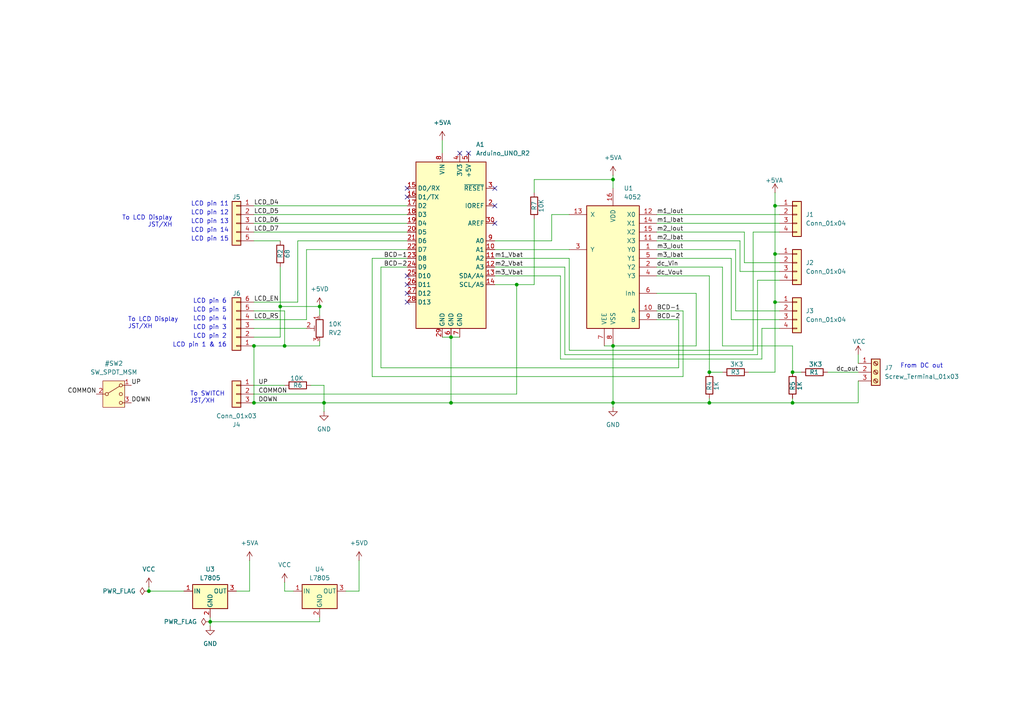
<source format=kicad_sch>
(kicad_sch (version 20250114) (generator "eeschema") (generator_version "9.0")
  (paper "A4")
  (lib_symbols
    (symbol "+5VD_1" (power) (pin_numbers (hide yes)) (pin_names (offset 0) (hide yes))
      (property "Value" "+5VD" (at 0 3.556 0))
      (symbol "+5VD_1_0_1"
        (polyline (pts (xy -0.762 1.27) (xy 0 2.54)))
        (polyline (pts (xy 0 2.54) (xy 0.762 1.27)))
        (polyline (pts (xy 0 0) (xy 0 2.54)))
      )
      (symbol "+5VD_1_1_1"
        (pin power_in line (at 0 0 90) (length 0) (name "~") (number "1"))
      )
    )
    (symbol "4xxx:4052" (pin_names (offset 1.016))
      (property "Reference" "U" (at -7.62 19.05 0))
      (property "Value" "4052" (at -7.62 -19.05 0))
      (symbol "4052_1_0"
        (pin passive line (at -12.7 15.24 0) (length 5.08) (name "X0") (number "12"))
        (pin passive line (at -12.7 12.7 0) (length 5.08) (name "X1") (number "14"))
        (pin passive line (at -12.7 10.16 0) (length 5.08) (name "X2") (number "15"))
        (pin passive line (at -12.7 7.62 0) (length 5.08) (name "X3") (number "11"))
        (pin passive line (at -12.7 5.08 0) (length 5.08) (name "Y0") (number "1"))
        (pin passive line (at -12.7 2.54 0) (length 5.08) (name "Y1") (number "5"))
        (pin passive line (at -12.7 0 0) (length 5.08) (name "Y2") (number "2"))
        (pin passive line (at -12.7 -2.54 0) (length 5.08) (name "Y3") (number "4"))
        (pin input line (at -12.7 -7.62 0) (length 5.08) (name "Inh") (number "6"))
        (pin input line (at -12.7 -12.7 0) (length 5.08) (name "A") (number "10"))
        (pin input line (at -12.7 -15.24 0) (length 5.08) (name "B") (number "9"))
        (pin power_in line (at 0 22.86 270) (length 5.08) (name "VDD") (number "16"))
        (pin power_in line (at 0 -22.86 90) (length 5.08) (name "VSS") (number "8"))
        (pin power_in line (at 2.54 -22.86 90) (length 5.08) (name "VEE") (number "7"))
        (pin passive line (at 12.7 15.24 180) (length 5.08) (name "X") (number "13"))
        (pin passive line (at 12.7 5.08 180) (length 5.08) (name "Y") (number "3"))
      )
      (symbol "4052_1_1"
        (rectangle (start -7.62 17.78) (end 7.62 -17.78) (stroke (width 0.254)) (fill (type background)))
      )
    )
    (symbol "Connector:Screw_Terminal_01x03" (pin_names (offset 1.016) (hide yes))
      (property "Reference" "J" (at 0 5.08 0))
      (property "Value" "Screw_Terminal_01x03" (at 0 -5.08 0))
      (symbol "Screw_Terminal_01x03_1_1"
        (rectangle (start -1.27 3.81) (end 1.27 -3.81) (stroke (width 0.254)) (fill (type background)))
        (polyline (pts (xy -0.5334 2.8702) (xy 0.3302 2.032)) (stroke (width 0.1524)))
        (polyline (pts (xy -0.5334 0.3302) (xy 0.3302 -0.508)) (stroke (width 0.1524)))
        (polyline (pts (xy -0.5334 -2.2098) (xy 0.3302 -3.048)) (stroke (width 0.1524)))
        (polyline (pts (xy -0.3556 3.048) (xy 0.508 2.2098)) (stroke (width 0.1524)))
        (polyline (pts (xy -0.3556 0.508) (xy 0.508 -0.3302)) (stroke (width 0.1524)))
        (polyline (pts (xy -0.3556 -2.032) (xy 0.508 -2.8702)) (stroke (width 0.1524)))
        (circle (center 0 2.54) (radius 0.635) (stroke (width 0.1524)))
        (circle (center 0 0) (radius 0.635) (stroke (width 0.1524)))
        (circle (center 0 -2.54) (radius 0.635) (stroke (width 0.1524)))
        (pin passive line (at -5.08 2.54 0) (length 3.81) (name "Pin_1") (number "1"))
        (pin passive line (at -5.08 0 0) (length 3.81) (name "Pin_2") (number "2"))
        (pin passive line (at -5.08 -2.54 0) (length 3.81) (name "Pin_3") (number "3"))
      )
    )
    (symbol "Connector_Generic:Conn_01x03" (pin_names (offset 1.016) (hide yes))
      (property "Reference" "J" (at 0 5.08 0))
      (property "Value" "Conn_01x03" (at 0 -5.08 0))
      (symbol "Conn_01x03_1_1"
        (rectangle (start -1.27 3.81) (end 1.27 -3.81) (stroke (width 0.254)) (fill (type background)))
        (rectangle (start -1.27 2.667) (end 0 2.413) (stroke (width 0.1524)))
        (rectangle (start -1.27 0.127) (end 0 -0.127) (stroke (width 0.1524)))
        (rectangle (start -1.27 -2.413) (end 0 -2.667) (stroke (width 0.1524)))
        (pin passive line (at -5.08 2.54 0) (length 3.81) (name "Pin_1") (number "1"))
        (pin passive line (at -5.08 0 0) (length 3.81) (name "Pin_2") (number "2"))
        (pin passive line (at -5.08 -2.54 0) (length 3.81) (name "Pin_3") (number "3"))
      )
    )
    (symbol "Connector_Generic:Conn_01x04" (pin_names (offset 1.016) (hide yes))
      (property "Reference" "J" (at 0 5.08 0))
      (property "Value" "Conn_01x04" (at 0 -7.62 0))
      (symbol "Conn_01x04_1_1"
        (rectangle (start -1.27 3.81) (end 1.27 -6.35) (stroke (width 0.254)) (fill (type background)))
        (rectangle (start -1.27 2.667) (end 0 2.413) (stroke (width 0.1524)))
        (rectangle (start -1.27 0.127) (end 0 -0.127) (stroke (width 0.1524)))
        (rectangle (start -1.27 -2.413) (end 0 -2.667) (stroke (width 0.1524)))
        (rectangle (start -1.27 -4.953) (end 0 -5.207) (stroke (width 0.1524)))
        (pin passive line (at -5.08 2.54 0) (length 3.81) (name "Pin_1") (number "1"))
        (pin passive line (at -5.08 0 0) (length 3.81) (name "Pin_2") (number "2"))
        (pin passive line (at -5.08 -2.54 0) (length 3.81) (name "Pin_3") (number "3"))
        (pin passive line (at -5.08 -5.08 0) (length 3.81) (name "Pin_4") (number "4"))
      )
    )
    (symbol "Connector_Generic:Conn_01x05" (pin_names (offset 1.016) (hide yes))
      (property "Reference" "J" (at 0 7.62 0))
      (property "Value" "Conn_01x05" (at 0 -7.62 0))
      (symbol "Conn_01x05_1_1"
        (rectangle (start -1.27 6.35) (end 1.27 -6.35) (stroke (width 0.254)) (fill (type background)))
        (rectangle (start -1.27 5.207) (end 0 4.953) (stroke (width 0.1524)))
        (rectangle (start -1.27 2.667) (end 0 2.413) (stroke (width 0.1524)))
        (rectangle (start -1.27 0.127) (end 0 -0.127) (stroke (width 0.1524)))
        (rectangle (start -1.27 -2.413) (end 0 -2.667) (stroke (width 0.1524)))
        (rectangle (start -1.27 -4.953) (end 0 -5.207) (stroke (width 0.1524)))
        (pin passive line (at -5.08 5.08 0) (length 3.81) (name "Pin_1") (number "1"))
        (pin passive line (at -5.08 2.54 0) (length 3.81) (name "Pin_2") (number "2"))
        (pin passive line (at -5.08 0 0) (length 3.81) (name "Pin_3") (number "3"))
        (pin passive line (at -5.08 -2.54 0) (length 3.81) (name "Pin_4") (number "4"))
        (pin passive line (at -5.08 -5.08 0) (length 3.81) (name "Pin_5") (number "5"))
      )
    )
    (symbol "Connector_Generic:Conn_01x06" (pin_names (offset 1.016) (hide yes))
      (property "Reference" "J" (at 0 7.62 0))
      (property "Value" "Conn_01x06" (at 0 -10.16 0))
      (symbol "Conn_01x06_1_1"
        (rectangle (start -1.27 6.35) (end 1.27 -8.89) (stroke (width 0.254)) (fill (type background)))
        (rectangle (start -1.27 5.207) (end 0 4.953) (stroke (width 0.1524)))
        (rectangle (start -1.27 2.667) (end 0 2.413) (stroke (width 0.1524)))
        (rectangle (start -1.27 0.127) (end 0 -0.127) (stroke (width 0.1524)))
        (rectangle (start -1.27 -2.413) (end 0 -2.667) (stroke (width 0.1524)))
        (rectangle (start -1.27 -4.953) (end 0 -5.207) (stroke (width 0.1524)))
        (rectangle (start -1.27 -7.493) (end 0 -7.747) (stroke (width 0.1524)))
        (pin passive line (at -5.08 5.08 0) (length 3.81) (name "Pin_1") (number "1"))
        (pin passive line (at -5.08 2.54 0) (length 3.81) (name "Pin_2") (number "2"))
        (pin passive line (at -5.08 0 0) (length 3.81) (name "Pin_3") (number "3"))
        (pin passive line (at -5.08 -2.54 0) (length 3.81) (name "Pin_4") (number "4"))
        (pin passive line (at -5.08 -5.08 0) (length 3.81) (name "Pin_5") (number "5"))
        (pin passive line (at -5.08 -7.62 0) (length 3.81) (name "Pin_6") (number "6"))
      )
    )
    (symbol "Device:R" (pin_numbers (hide yes)) (pin_names (offset 0))
      (property "Reference" "R" (at 2.032 0 90))
      (property "Value" "R" (at 0 0 90))
      (symbol "R_0_1"
        (rectangle (start -1.016 -2.54) (end 1.016 2.54) (stroke (width 0.254)))
      )
      (symbol "R_1_1"
        (pin passive line (at 0 3.81 270) (length 1.27) (name "~") (number "1"))
        (pin passive line (at 0 -3.81 90) (length 1.27) (name "~") (number "2"))
      )
    )
    (symbol "Device:R_Potentiometer_Trim" (pin_names (offset 1.016) (hide yes))
      (property "Reference" "RV" (at -4.445 0 90))
      (property "Value" "R_Potentiometer_Trim" (at -2.54 0 90))
      (symbol "R_Potentiometer_Trim_0_1"
        (rectangle (start 1.016 2.54) (end -1.016 -2.54) (stroke (width 0.254)))
        (polyline (pts (xy 1.524 0.762) (xy 1.524 -0.762)))
        (polyline (pts (xy 2.54 0) (xy 1.524 0)))
      )
      (symbol "R_Potentiometer_Trim_1_1"
        (pin passive line (at 0 3.81 270) (length 1.27) (name "1") (number "1"))
        (pin passive line (at 0 -3.81 90) (length 1.27) (name "3") (number "3"))
        (pin passive line (at 3.81 0 180) (length 1.27) (name "2") (number "2"))
      )
    )
    (symbol "MCU_Module:Arduino_UNO_R2"
      (property "Reference" "A" (at -10.16 23.495 0))
      (property "Value" "Arduino_UNO_R2" (at 5.08 -26.67 0))
      (symbol "Arduino_UNO_R2_0_1"
        (rectangle (start -10.16 22.86) (end 10.16 -25.4) (stroke (width 0.254)) (fill (type background)))
      )
      (symbol "Arduino_UNO_R2_1_1"
        (pin bidirectional line (at -12.7 15.24 0) (length 2.54) (name "D0/RX") (number "15"))
        (pin bidirectional line (at -12.7 12.7 0) (length 2.54) (name "D1/TX") (number "16"))
        (pin bidirectional line (at -12.7 10.16 0) (length 2.54) (name "D2") (number "17"))
        (pin bidirectional line (at -12.7 7.62 0) (length 2.54) (name "D3") (number "18"))
        (pin bidirectional line (at -12.7 5.08 0) (length 2.54) (name "D4") (number "19"))
        (pin bidirectional line (at -12.7 2.54 0) (length 2.54) (name "D5") (number "20"))
        (pin bidirectional line (at -12.7 0 0) (length 2.54) (name "D6") (number "21"))
        (pin bidirectional line (at -12.7 -2.54 0) (length 2.54) (name "D7") (number "22"))
        (pin bidirectional line (at -12.7 -5.08 0) (length 2.54) (name "D8") (number "23"))
        (pin bidirectional line (at -12.7 -7.62 0) (length 2.54) (name "D9") (number "24"))
        (pin bidirectional line (at -12.7 -10.16 0) (length 2.54) (name "D10") (number "25"))
        (pin bidirectional line (at -12.7 -12.7 0) (length 2.54) (name "D11") (number "26"))
        (pin bidirectional line (at -12.7 -15.24 0) (length 2.54) (name "D12") (number "27"))
        (pin bidirectional line (at -12.7 -17.78 0) (length 2.54) (name "D13") (number "28"))
        (pin no_connect line (at -10.16 -20.32 0) (length 2.54) (hide yes) (name "NC") (number "1"))
        (pin power_in line (at -2.54 25.4 270) (length 2.54) (name "VIN") (number "8"))
        (pin power_in line (at -2.54 -27.94 90) (length 2.54) (name "GND") (number "29"))
        (pin power_in line (at 0 -27.94 90) (length 2.54) (name "GND") (number "6"))
        (pin power_out line (at 2.54 25.4 270) (length 2.54) (name "3V3") (number "4"))
        (pin power_in line (at 2.54 -27.94 90) (length 2.54) (name "GND") (number "7"))
        (pin power_out line (at 5.08 25.4 270) (length 2.54) (name "+5V") (number "5"))
        (pin input line (at 12.7 15.24 180) (length 2.54) (name "~{RESET}") (number "3"))
        (pin output line (at 12.7 10.16 180) (length 2.54) (name "IOREF") (number "2"))
        (pin input line (at 12.7 5.08 180) (length 2.54) (name "AREF") (number "30"))
        (pin bidirectional line (at 12.7 0 180) (length 2.54) (name "A0") (number "9"))
        (pin bidirectional line (at 12.7 -2.54 180) (length 2.54) (name "A1") (number "10"))
        (pin bidirectional line (at 12.7 -5.08 180) (length 2.54) (name "A2") (number "11"))
        (pin bidirectional line (at 12.7 -7.62 180) (length 2.54) (name "A3") (number "12"))
        (pin bidirectional line (at 12.7 -10.16 180) (length 2.54) (name "SDA/A4") (number "13"))
        (pin bidirectional line (at 12.7 -12.7 180) (length 2.54) (name "SCL/A5") (number "14"))
      )
    )
    (symbol "Regulator_Linear:L7805" (pin_names (offset 0.254))
      (property "Reference" "U" (at -3.81 3.175 0))
      (property "Value" "L7805" (at 0 3.175 0))
      (symbol "L7805_0_1"
        (rectangle (start -5.08 1.905) (end 5.08 -5.08) (stroke (width 0.254)) (fill (type background)))
      )
      (symbol "L7805_1_1"
        (pin power_in line (at -7.62 0 0) (length 2.54) (name "IN") (number "1"))
        (pin power_in line (at 0 -7.62 90) (length 2.54) (name "GND") (number "2"))
        (pin power_out line (at 7.62 0 180) (length 2.54) (name "OUT") (number "3"))
      )
    )
    (symbol "Switch:SW_SPDT_MSM" (pin_names (offset 0) (hide yes))
      (property "Reference" "SW" (at 0 5.08 0))
      (property "Value" "SW_SPDT_MSM" (at 0 -5.08 0))
      (symbol "SW_SPDT_MSM_0_1"
        (circle (center -2.032 0) (radius 0.4572))
        (polyline (pts (xy -1.651 0.254) (xy 1.651 2.286)))
        (circle (center 2.032 2.54) (radius 0.4572))
        (circle (center 2.032 0) (radius 0.4572))
        (circle (center 2.032 -2.54) (radius 0.4572))
      )
      (symbol "SW_SPDT_MSM_1_1"
        (rectangle (start -3.175 3.81) (end 3.175 -3.81) (fill (type background)))
        (pin passive line (at -5.08 0 0) (length 2.54) (name "3") (number "2"))
        (pin passive line (at 5.08 2.54 180) (length 2.54) (name "1") (number "1"))
        (pin passive line (at 5.08 -2.54 180) (length 2.54) (name "4") (number "3"))
      )
    )
    (symbol "power:+5VA" (power) (pin_numbers (hide yes)) (pin_names (offset 0) (hide yes))
      (property "Value" "+5VA" (at 0 3.556 0))
      (symbol "+5VA_0_1"
        (polyline (pts (xy -0.762 1.27) (xy 0 2.54)))
        (polyline (pts (xy 0 2.54) (xy 0.762 1.27)))
        (polyline (pts (xy 0 0) (xy 0 2.54)))
      )
      (symbol "+5VA_1_1"
        (pin power_in line (at 0 0 90) (length 0) (name "~") (number "1"))
      )
    )
    (symbol "power:GND" (power) (pin_numbers (hide yes)) (pin_names (offset 0) (hide yes))
      (property "Value" "GND" (at 0 -3.81 0))
      (symbol "GND_0_1"
        (polyline (pts (xy 0 0) (xy 0 -1.27) (xy 1.27 -1.27) (xy 0 -2.54) (xy -1.27 -1.27) (xy 0 -1.27)))
      )
      (symbol "GND_1_1"
        (pin power_in line (at 0 0 270) (length 0) (name "~") (number "1"))
      )
    )
    (symbol "power:PWR_FLAG" (power) (pin_numbers (hide yes)) (pin_names (offset 0) (hide yes))
      (property "Value" "PWR_FLAG" (at 0 3.81 0))
      (symbol "PWR_FLAG_0_0"
        (pin power_out line (at 0 0 90) (length 0) (name "~") (number "1"))
      )
      (symbol "PWR_FLAG_0_1"
        (polyline (pts (xy 0 0) (xy 0 1.27) (xy -1.016 1.905) (xy 0 2.54) (xy 1.016 1.905) (xy 0 1.27)))
      )
    )
    (symbol "power:VCC" (power) (pin_numbers (hide yes)) (pin_names (offset 0) (hide yes))
      (property "Value" "VCC" (at 0 3.556 0))
      (symbol "VCC_0_1"
        (polyline (pts (xy -0.762 1.27) (xy 0 2.54)))
        (polyline (pts (xy 0 2.54) (xy 0.762 1.27)))
        (polyline (pts (xy 0 0) (xy 0 2.54)))
      )
      (symbol "VCC_1_1"
        (pin power_in line (at 0 0 90) (length 0) (name "~") (number "1"))
      )
    )
  )
  (text "LCD pin 13" (at 55.372 65.024 0) (effects (font (size 1.27 1.27)) (justify left bottom)))
  (text "LCD pin 3" (at 65.786 95.758 0) (effects (font (size 1.27 1.27)) (justify right bottom)))
  (text "LCD pin 11" (at 55.372 59.944 0) (effects (font (size 1.27 1.27)) (justify left bottom)))
  (text "LCD pin 15" (at 55.372 70.104 0) (effects (font (size 1.27 1.27)) (justify left bottom)))
  (text "To SWITCH\nJST/XH" (at 55.118 117.094 0) (effects (font (size 1.27 1.27)) (justify left bottom)))
  (text "LCD pin 14" (at 55.372 67.564 0) (effects (font (size 1.27 1.27)) (justify left bottom)))
  (text "To LCD Display\nJST/XH" (at 37.084 95.504 0) (effects (font (size 1.27 1.27)) (justify left bottom)))
  (text "LCD pin 1 & 16" (at 65.786 100.838 0) (effects (font (size 1.27 1.27)) (justify right bottom)))
  (text "LCD pin 12" (at 55.372 62.484 0) (effects (font (size 1.27 1.27)) (justify left bottom)))
  (text "LCD pin 5" (at 65.786 90.678 0) (effects (font (size 1.27 1.27)) (justify right bottom)))
  (text "LCD pin 4" (at 65.786 93.218 0) (effects (font (size 1.27 1.27)) (justify right bottom)))
  (text "LCD pin 6" (at 65.786 88.138 0) (effects (font (size 1.27 1.27)) (justify right bottom)))
  (text "To LCD Display\nJST/XH" (at 50.038 66.04 0) (effects (font (size 1.27 1.27)) (justify right bottom)))
  (text "LCD pin 2" (at 65.786 98.298 0) (effects (font (size 1.27 1.27)) (justify right bottom)))
  (text "From DC out" (at 261.112 106.934 0) (effects (font (size 1.27 1.27)) (justify left bottom)))
  (junction (at 205.74 116.84))
  (junction (at 177.8 52.07))
  (junction (at 149.86 82.55))
  (junction (at 43.18 171.45))
  (junction (at 224.79 59.69))
  (junction (at 60.96 180.34))
  (junction (at 81.28 88.9))
  (junction (at 130.81 116.84))
  (junction (at 73.66 100.33))
  (junction (at 177.8 100.33))
  (junction (at 224.79 73.66))
  (junction (at 224.79 87.63))
  (junction (at 93.98 116.84))
  (junction (at 229.87 107.95))
  (junction (at 92.71 88.9))
  (junction (at 229.87 116.84))
  (junction (at 205.74 107.95))
  (junction (at 130.81 97.79))
  (junction (at 82.55 100.33))
  (junction (at 177.8 116.84))
  (junction (at 73.66 116.84))
  (no_connect (at 118.11 57.15))
  (no_connect (at 143.51 59.69))
  (no_connect (at 143.51 54.61))
  (no_connect (at 133.35 44.45))
  (no_connect (at 118.11 85.09))
  (no_connect (at 118.11 87.63))
  (no_connect (at 118.11 54.61))
  (no_connect (at 118.11 82.55))
  (no_connect (at 135.89 44.45))
  (no_connect (at 143.51 64.77))
  (no_connect (at 118.11 80.01))
  (wire (pts (xy 177.8 100.33) (xy 177.8 116.84)))
  (wire (pts (xy 162.56 104.14) (xy 220.98 104.14)))
  (wire (pts (xy 212.09 74.93) (xy 212.09 92.71)))
  (wire (pts (xy 205.74 115.57) (xy 205.74 116.84)))
  (wire (pts (xy 73.66 100.33) (xy 73.66 116.84)))
  (wire (pts (xy 224.79 73.66) (xy 226.06 73.66)))
  (wire (pts (xy 224.79 59.69) (xy 224.79 73.66)))
  (wire (pts (xy 198.12 90.17) (xy 198.12 109.22)))
  (wire (pts (xy 163.83 77.47) (xy 163.83 102.87)))
  (wire (pts (xy 73.66 90.17) (xy 82.55 90.17)))
  (wire (pts (xy 229.87 107.95) (xy 232.41 107.95)))
  (wire (pts (xy 215.9 76.2) (xy 226.06 76.2)))
  (wire (pts (xy 205.74 116.84) (xy 229.87 116.84)))
  (wire (pts (xy 82.55 100.33) (xy 92.71 100.33)))
  (wire (pts (xy 43.18 171.45) (xy 53.34 171.45)))
  (wire (pts (xy 217.17 107.95) (xy 224.79 107.95)))
  (wire (pts (xy 92.71 88.9) (xy 92.71 91.44)))
  (wire (pts (xy 177.8 100.33) (xy 201.93 100.33)))
  (wire (pts (xy 60.96 180.34) (xy 60.96 181.61)))
  (wire (pts (xy 143.51 77.47) (xy 163.83 77.47)))
  (wire (pts (xy 93.98 116.84) (xy 130.81 116.84)))
  (wire (pts (xy 43.18 170.18) (xy 43.18 171.45)))
  (wire (pts (xy 190.5 85.09) (xy 201.93 85.09)))
  (wire (pts (xy 190.5 62.23) (xy 226.06 62.23)))
  (wire (pts (xy 73.66 87.63) (xy 86.36 87.63)))
  (wire (pts (xy 190.5 64.77) (xy 226.06 64.77)))
  (wire (pts (xy 224.79 59.69) (xy 226.06 59.69)))
  (wire (pts (xy 88.9 92.71) (xy 88.9 72.39)))
  (wire (pts (xy 209.55 100.33) (xy 229.87 100.33)))
  (wire (pts (xy 175.26 100.33) (xy 177.8 100.33)))
  (wire (pts (xy 88.9 72.39) (xy 118.11 72.39)))
  (wire (pts (xy 177.8 116.84) (xy 177.8 118.11)))
  (wire (pts (xy 190.5 69.85) (xy 214.63 69.85)))
  (wire (pts (xy 205.74 107.95) (xy 209.55 107.95)))
  (wire (pts (xy 213.36 90.17) (xy 226.06 90.17)))
  (wire (pts (xy 212.09 92.71) (xy 226.06 92.71)))
  (wire (pts (xy 190.5 90.17) (xy 198.12 90.17)))
  (wire (pts (xy 165.1 74.93) (xy 165.1 101.6)))
  (wire (pts (xy 224.79 87.63) (xy 224.79 107.95)))
  (wire (pts (xy 143.51 74.93) (xy 165.1 74.93)))
  (wire (pts (xy 229.87 116.84) (xy 248.92 116.84)))
  (wire (pts (xy 190.5 92.71) (xy 196.85 92.71)))
  (wire (pts (xy 92.71 180.34) (xy 92.71 179.07)))
  (wire (pts (xy 163.83 102.87) (xy 219.71 102.87)))
  (wire (pts (xy 209.55 77.47) (xy 209.55 100.33)))
  (wire (pts (xy 60.96 180.34) (xy 92.71 180.34)))
  (wire (pts (xy 224.79 55.88) (xy 224.79 59.69)))
  (wire (pts (xy 224.79 87.63) (xy 226.06 87.63)))
  (wire (pts (xy 73.66 69.85) (xy 81.28 69.85)))
  (wire (pts (xy 73.66 92.71) (xy 88.9 92.71)))
  (wire (pts (xy 143.51 80.01) (xy 162.56 80.01)))
  (wire (pts (xy 72.39 171.45) (xy 68.58 171.45)))
  (wire (pts (xy 73.66 95.25) (xy 88.9 95.25)))
  (wire (pts (xy 248.92 102.87) (xy 248.92 105.41)))
  (wire (pts (xy 82.55 171.45) (xy 85.09 171.45)))
  (wire (pts (xy 143.51 82.55) (xy 149.86 82.55)))
  (wire (pts (xy 219.71 102.87) (xy 219.71 81.28)))
  (wire (pts (xy 104.14 162.56) (xy 104.14 171.45)))
  (wire (pts (xy 160.02 62.23) (xy 160.02 69.85)))
  (wire (pts (xy 81.28 97.79) (xy 81.28 88.9)))
  (wire (pts (xy 73.66 59.69) (xy 118.11 59.69)))
  (wire (pts (xy 143.51 69.85) (xy 160.02 69.85)))
  (wire (pts (xy 73.66 62.23) (xy 118.11 62.23)))
  (wire (pts (xy 196.85 92.71) (xy 196.85 106.68)))
  (wire (pts (xy 220.98 95.25) (xy 226.06 95.25)))
  (wire (pts (xy 177.8 116.84) (xy 205.74 116.84)))
  (wire (pts (xy 190.5 77.47) (xy 209.55 77.47)))
  (wire (pts (xy 154.94 52.07) (xy 177.8 52.07)))
  (wire (pts (xy 162.56 80.01) (xy 162.56 104.14)))
  (wire (pts (xy 224.79 73.66) (xy 224.79 87.63)))
  (wire (pts (xy 177.8 50.8) (xy 177.8 52.07)))
  (wire (pts (xy 130.81 116.84) (xy 177.8 116.84)))
  (wire (pts (xy 73.66 67.31) (xy 118.11 67.31)))
  (wire (pts (xy 107.95 109.22) (xy 198.12 109.22)))
  (wire (pts (xy 214.63 69.85) (xy 214.63 78.74)))
  (wire (pts (xy 73.66 100.33) (xy 82.55 100.33)))
  (wire (pts (xy 81.28 88.9) (xy 92.71 88.9)))
  (wire (pts (xy 110.49 106.68) (xy 110.49 77.47)))
  (wire (pts (xy 190.5 72.39) (xy 213.36 72.39)))
  (wire (pts (xy 214.63 78.74) (xy 226.06 78.74)))
  (wire (pts (xy 130.81 97.79) (xy 130.81 116.84)))
  (wire (pts (xy 72.39 162.56) (xy 72.39 171.45)))
  (wire (pts (xy 93.98 111.76) (xy 93.98 116.84)))
  (wire (pts (xy 215.9 67.31) (xy 215.9 76.2)))
  (wire (pts (xy 219.71 81.28) (xy 226.06 81.28)))
  (wire (pts (xy 165.1 101.6) (xy 218.44 101.6)))
  (wire (pts (xy 149.86 82.55) (xy 149.86 114.3)))
  (wire (pts (xy 73.66 114.3) (xy 149.86 114.3)))
  (wire (pts (xy 73.66 116.84) (xy 93.98 116.84)))
  (wire (pts (xy 73.66 111.76) (xy 82.55 111.76)))
  (wire (pts (xy 218.44 101.6) (xy 218.44 67.31)))
  (wire (pts (xy 190.5 67.31) (xy 215.9 67.31)))
  (wire (pts (xy 213.36 72.39) (xy 213.36 90.17)))
  (wire (pts (xy 73.66 97.79) (xy 81.28 97.79)))
  (wire (pts (xy 154.94 82.55) (xy 149.86 82.55)))
  (wire (pts (xy 90.17 111.76) (xy 93.98 111.76)))
  (wire (pts (xy 154.94 63.5) (xy 154.94 82.55)))
  (wire (pts (xy 154.94 55.88) (xy 154.94 52.07)))
  (wire (pts (xy 190.5 80.01) (xy 205.74 80.01)))
  (wire (pts (xy 218.44 67.31) (xy 226.06 67.31)))
  (wire (pts (xy 86.36 87.63) (xy 86.36 69.85)))
  (wire (pts (xy 190.5 74.93) (xy 212.09 74.93)))
  (wire (pts (xy 128.27 40.64) (xy 128.27 44.45)))
  (wire (pts (xy 81.28 88.9) (xy 81.28 77.47)))
  (wire (pts (xy 165.1 62.23) (xy 160.02 62.23)))
  (wire (pts (xy 93.98 116.84) (xy 93.98 119.38)))
  (wire (pts (xy 118.11 74.93) (xy 107.95 74.93)))
  (wire (pts (xy 82.55 90.17) (xy 82.55 100.33)))
  (wire (pts (xy 107.95 74.93) (xy 107.95 109.22)))
  (wire (pts (xy 73.66 64.77) (xy 118.11 64.77)))
  (wire (pts (xy 60.96 179.07) (xy 60.96 180.34)))
  (wire (pts (xy 229.87 115.57) (xy 229.87 116.84)))
  (wire (pts (xy 177.8 52.07) (xy 177.8 54.61)))
  (wire (pts (xy 110.49 106.68) (xy 196.85 106.68)))
  (wire (pts (xy 229.87 100.33) (xy 229.87 107.95)))
  (wire (pts (xy 201.93 85.09) (xy 201.93 100.33)))
  (wire (pts (xy 248.92 116.84) (xy 248.92 110.49)))
  (wire (pts (xy 143.51 72.39) (xy 165.1 72.39)))
  (wire (pts (xy 92.71 100.33) (xy 92.71 99.06)))
  (wire (pts (xy 240.03 107.95) (xy 248.92 107.95)))
  (wire (pts (xy 220.98 95.25) (xy 220.98 104.14)))
  (wire (pts (xy 86.36 69.85) (xy 118.11 69.85)))
  (wire (pts (xy 130.81 97.79) (xy 133.35 97.79)))
  (wire (pts (xy 104.14 171.45) (xy 100.33 171.45)))
  (wire (pts (xy 82.55 168.91) (xy 82.55 171.45)))
  (wire (pts (xy 205.74 80.01) (xy 205.74 107.95)))
  (wire (pts (xy 128.27 97.79) (xy 130.81 97.79)))
  (wire (pts (xy 110.49 77.47) (xy 118.11 77.47)))
  (label "dc_out" (at 248.92 107.95 180))
  (label "LCD_RS" (at 73.66 92.71 0))
  (label "COMMON" (at 74.93 114.3 0))
  (label "BCD-1" (at 118.11 74.93 180))
  (label "DOWN" (at 38.1 116.84 0))
  (label "m1_Vbat" (at 143.51 74.93 0))
  (label "m3_Vbat" (at 143.51 80.01 0))
  (label "LCD_D6" (at 73.66 64.77 0))
  (label "dc_Vin" (at 190.5 77.47 0))
  (label "BCD-2" (at 118.11 77.47 180))
  (label "DOWN" (at 74.93 116.84 0))
  (label "m3_Iout" (at 190.5 72.39 0))
  (label "m1_Ibat" (at 190.5 64.77 0))
  (label "UP" (at 74.93 111.76 0))
  (label "m2_Iout" (at 190.5 67.31 0))
  (label "m3_Ibat" (at 190.5 74.93 0))
  (label "m2_Ibat" (at 190.5 69.85 0))
  (label "m2_Vbat" (at 143.51 77.47 0))
  (label "BCD-1" (at 190.5 90.17 0))
  (label "BCD-2" (at 190.5 92.71 0))
  (label "UP" (at 38.1 111.76 0))
  (label "COMMON" (at 27.94 114.3 180))
  (label "LCD_D5" (at 73.66 62.23 0))
  (label "LCD_D7" (at 73.66 67.31 0))
  (label "dc_Vout" (at 190.5 80.01 0))
  (label "m1_Iout" (at 190.5 62.23 0))
  (label "LCD_EN" (at 73.66 87.63 0))
  (label "LCD_D4" (at 73.66 59.69 0))
  (symbol (lib_id "Connector_Generic:Conn_01x04") (at 231.14 62.23 0) (unit 1)
    (property "Reference" "J1" (at 233.68 62.2299 0) (effects (justify left)))
    (property "Value" "Conn_01x04" (at 233.68 64.7699 0) (effects (justify left)))
    (property "Footprint" "Connector_JST:JST_XH_B4B-XH-A_1x04_P2.50mm_Vertical" (effects (hide yes)))
    (property "Description" "Generic connector, single row, 01x04, script generated (kicad-library-utils/schlib/autogen/connector/)" (effects (hide yes)))
  )
  (symbol (lib_id "power:GND") (at 177.8 118.11 0) (unit 1)
    (property "Reference" "#PWR015" (effects (hide yes)))
    (property "Value" "GND" (at 177.8 123.19 0))
    (property "Description" "Power symbol creates a global label with name \"GND\" , ground" (effects (hide yes)))
  )
  (symbol (lib_id "power:+5VA") (at 72.39 162.56 0) (unit 1)
    (property "Reference" "#PWR08" (effects (hide yes)))
    (property "Value" "+5VA" (at 72.39 157.48 0))
    (property "Description" "Power symbol creates a global label with name \"+5VA\"" (effects (hide yes)))
  )
  (symbol (lib_id "Device:R") (at 154.94 59.69 180) (unit 1)
    (property "Reference" "R7" (at 154.94 59.69 90))
    (property "Value" "10K" (at 156.972 59.69 90))
    (property "Footprint" "Resistor_THT:R_Axial_DIN0204_L3.6mm_D1.6mm_P7.62mm_Horizontal" (effects (hide yes)))
    (property "Description" "Resistor" (effects (hide yes)))
  )
  (symbol (lib_id "power:PWR_FLAG") (at 43.18 171.45 90) (unit 1)
    (property "Reference" "#FLG03" (effects (hide yes)))
    (property "Value" "PWR_FLAG" (at 39.37 171.4499 90) (effects (justify left)))
    (property "Description" "Special symbol for telling ERC where power comes from" (effects (hide yes)))
  )
  (symbol (lib_id "Connector_Generic:Conn_01x03") (at 68.58 114.3 0) (mirror y) (unit 1)
    (property "Reference" "J4" (at 68.58 123.19 0))
    (property "Value" "Conn_01x03" (at 68.58 120.65 0))
    (property "Footprint" "Connector_JST:JST_XH_B3B-XH-A_1x03_P2.50mm_Vertical" (effects (hide yes)))
    (property "Description" "Generic connector, single row, 01x03, script generated (kicad-library-utils/schlib/autogen/connector/)" (effects (hide yes)))
  )
  (symbol (lib_id "power:GND") (at 93.98 119.38 0) (unit 1)
    (property "Reference" "#PWR06" (effects (hide yes)))
    (property "Value" "GND" (at 93.98 124.46 0))
    (property "Description" "Power symbol creates a global label with name \"GND\" , ground" (effects (hide yes)))
  )
  (symbol (lib_id "power:VCC") (at 82.55 168.91 0) (unit 1)
    (property "Reference" "#PWR07" (effects (hide yes)))
    (property "Value" "VCC" (at 82.55 163.83 0))
    (property "Description" "Power symbol creates a global label with name \"VCC\"" (effects (hide yes)))
  )
  (symbol (lib_id "power:PWR_FLAG") (at 60.96 180.34 90) (unit 1)
    (property "Reference" "#FLG04" (effects (hide yes)))
    (property "Value" "PWR_FLAG" (at 57.15 180.3399 90) (effects (justify left)))
    (property "Description" "Special symbol for telling ERC where power comes from" (effects (hide yes)))
  )
  (symbol (lib_id "Regulator_Linear:L7805") (at 60.96 171.45 0) (unit 1)
    (property "Reference" "U3" (at 60.96 165.1 0))
    (property "Value" "L7805" (at 60.96 167.64 0))
    (property "Footprint" "Package_TO_SOT_THT:TO-220-3_Vertical" (effects (hide yes)))
    (property "Datasheet" "http://www.st.com/content/ccc/resource/technical/document/datasheet/41/4f/b3/b0/12/d4/47/88/CD00000444.pdf/files/CD00000444.pdf/jcr:content/translations/en.CD00000444.pdf" (effects (hide yes)))
    (property "Description" "Positive 1.5A 35V Linear Regulator, Fixed Output 5V, TO-220/TO-263/TO-252" (effects (hide yes)))
  )
  (symbol (lib_id "Device:R") (at 205.74 111.76 0) (unit 1)
    (property "Reference" "R4" (at 205.74 113.284 90) (effects (justify left)))
    (property "Value" "1K" (at 207.772 113.284 90) (effects (justify left)))
    (property "Footprint" "Resistor_THT:R_Axial_DIN0204_L3.6mm_D1.6mm_P7.62mm_Horizontal" (effects (hide yes)))
    (property "Description" "Resistor" (effects (hide yes)))
  )
  (symbol (lib_id "Connector_Generic:Conn_01x06") (at 68.58 95.25 180) (unit 1)
    (property "Reference" "J6" (at 69.85 85.09 0) (effects (justify left)))
    (property "Value" "Conn_01x05" (effects (hide yes)))
    (property "Footprint" "Connector_JST:JST_XH_B6B-XH-A_1x06_P2.50mm_Vertical" (effects (hide yes)))
  )
  (symbol (lib_id "power:+5VA") (at 177.8 50.8 0) (unit 1)
    (property "Reference" "#PWR016" (effects (hide yes)))
    (property "Value" "+5VA" (at 177.8 45.72 0))
    (property "Description" "Power symbol creates a global label with name \"+5VA\"" (effects (hide yes)))
  )
  (symbol (lib_id "power:GND") (at 60.96 181.61 0) (unit 1)
    (property "Reference" "#PWR05" (effects (hide yes)))
    (property "Value" "GND" (at 60.96 186.69 0))
    (property "Description" "Power symbol creates a global label with name \"GND\" , ground" (effects (hide yes)))
  )
  (symbol (lib_id "power:VCC") (at 248.92 102.87 0) (unit 1)
    (property "Reference" "#PWR01" (effects (hide yes)))
    (property "Value" "VCC" (at 249.174 99.06 0))
    (property "Description" "Power symbol creates a global label with name \"VCC\"" (effects (hide yes)))
  )
  (symbol (lib_id "Regulator_Linear:L7805") (at 92.71 171.45 0) (unit 1)
    (property "Reference" "U4" (at 92.71 165.1 0))
    (property "Value" "L7805" (at 92.71 167.64 0))
    (property "Footprint" "Package_TO_SOT_THT:TO-220-3_Vertical" (effects (hide yes)))
    (property "Datasheet" "http://www.st.com/content/ccc/resource/technical/document/datasheet/41/4f/b3/b0/12/d4/47/88/CD00000444.pdf/files/CD00000444.pdf/jcr:content/translations/en.CD00000444.pdf" (effects (hide yes)))
    (property "Description" "Positive 1.5A 35V Linear Regulator, Fixed Output 5V, TO-220/TO-263/TO-252" (effects (hide yes)))
  )
  (symbol (lib_name "+5VD_1") (lib_id "power:+5VD") (at 104.14 162.56 0) (unit 1)
    (property "Reference" "#PWR011" (effects (hide yes)))
    (property "Value" "+5VD" (at 104.14 157.48 0))
    (property "Description" "Power symbol creates a global label with name \"+5VD\"" (effects (hide yes)))
  )
  (symbol (lib_id "Device:R") (at 86.36 111.76 270) (unit 1)
    (property "Reference" "R6" (at 86.36 111.76 90))
    (property "Value" "10K" (at 86.106 109.728 90))
    (property "Footprint" "Resistor_THT:R_Axial_DIN0204_L3.6mm_D1.6mm_P7.62mm_Horizontal" (effects (hide yes)))
    (property "Description" "Resistor" (effects (hide yes)))
  )
  (symbol (lib_id "MCU_Module:Arduino_UNO_R2") (at 130.81 69.85 0) (unit 1)
    (property "Reference" "A1" (at 138.0333 41.91 0) (effects (justify left)))
    (property "Value" "Arduino_UNO_R2" (at 138.0333 44.45 0) (effects (justify left)))
    (property "Footprint" "Module:Arduino_UNO_R2" (effects (hide yes)))
    (property "Datasheet" "https://www.arduino.cc/en/Main/arduinoBoardUno" (effects (hide yes)))
    (property "Description" "Arduino UNO Microcontroller Module, release 2" (effects (hide yes)))
  )
  (symbol (lib_id "Device:R") (at 229.87 111.76 0) (unit 1)
    (property "Reference" "R5" (at 229.87 113.284 90) (effects (justify left)))
    (property "Value" "1K" (at 231.902 113.284 90) (effects (justify left)))
    (property "Footprint" "Resistor_THT:R_Axial_DIN0204_L3.6mm_D1.6mm_P7.62mm_Horizontal" (effects (hide yes)))
    (property "Description" "Resistor" (effects (hide yes)))
  )
  (symbol (lib_id "Device:R_Potentiometer_Trim") (at 92.71 95.25 0) (mirror y) (unit 1)
    (property "Reference" "RV2" (at 95.25 96.5201 0) (effects (justify right)))
    (property "Value" "10K" (at 95.25 93.9801 0) (effects (justify right)))
    (property "Footprint" "Potentiometer_THT:Potentiometer_Bourns_3296W_Vertical" (effects (hide yes)))
  )
  (symbol (lib_id "power:VCC") (at 43.18 170.18 0) (unit 1)
    (property "Reference" "#PWR03" (effects (hide yes)))
    (property "Value" "VCC" (at 43.18 165.1 0))
    (property "Description" "Power symbol creates a global label with name \"VCC\"" (effects (hide yes)))
  )
  (symbol (lib_id "Device:R") (at 236.22 107.95 90) (unit 1)
    (property "Reference" "R1" (at 237.49 107.95 90) (effects (justify left)))
    (property "Value" "3K3" (at 238.506 105.664 90) (effects (justify left)))
    (property "Footprint" "Resistor_THT:R_Axial_DIN0204_L3.6mm_D1.6mm_P7.62mm_Horizontal" (effects (hide yes)))
    (property "Description" "Resistor" (effects (hide yes)))
  )
  (symbol (lib_id "4xxx:4052") (at 177.8 77.47 0) (mirror y) (unit 1)
    (property "Reference" "U1" (at 180.9181 54.61 0) (effects (justify right)))
    (property "Value" "4052" (at 180.9181 57.15 0) (effects (justify right)))
    (property "Footprint" "Package_DIP:DIP-16_W7.62mm_LongPads" (effects (hide yes)))
    (property "Datasheet" "http://www.intersil.com/content/dam/Intersil/documents/cd40/cd4051bms-52bms-53bms.pdf" (effects (hide yes)))
    (property "Description" "Dual Analog Multiplexer 4 to 1 line" (effects (hide yes)))
  )
  (symbol (lib_id "Connector_Generic:Conn_01x04") (at 231.14 76.2 0) (unit 1)
    (property "Reference" "J2" (at 233.68 76.1999 0) (effects (justify left)))
    (property "Value" "Conn_01x04" (at 233.68 78.7399 0) (effects (justify left)))
    (property "Footprint" "Connector_JST:JST_XH_B4B-XH-A_1x04_P2.50mm_Vertical" (effects (hide yes)))
    (property "Description" "Generic connector, single row, 01x04, script generated (kicad-library-utils/schlib/autogen/connector/)" (effects (hide yes)))
  )
  (symbol (lib_id "Device:R") (at 213.36 107.95 90) (unit 1)
    (property "Reference" "R3" (at 214.63 107.95 90) (effects (justify left)))
    (property "Value" "3K3" (at 215.646 105.664 90) (effects (justify left)))
    (property "Footprint" "Resistor_THT:R_Axial_DIN0204_L3.6mm_D1.6mm_P7.62mm_Horizontal" (effects (hide yes)))
    (property "Description" "Resistor" (effects (hide yes)))
  )
  (symbol (lib_id "Device:R") (at 81.28 73.66 180) (unit 1)
    (property "Reference" "R2" (at 81.28 74.93 90) (effects (justify right)))
    (property "Value" "68" (at 83.312 74.93 90) (effects (justify right)))
    (property "Footprint" "Resistor_THT:R_Axial_DIN0204_L3.6mm_D1.6mm_P7.62mm_Horizontal" (effects (hide yes)))
    (property "Description" "Resistor" (effects (hide yes)))
  )
  (symbol (lib_id "Connector_Generic:Conn_01x05") (at 68.58 64.77 0) (mirror y) (unit 1)
    (property "Reference" "J5" (at 68.58 57.15 0))
    (property "Value" "Conn_01x05" (effects (hide yes)))
    (property "Footprint" "Connector_JST:JST_XH_B5B-XH-A_1x05_P2.50mm_Vertical" (effects (hide yes)))
    (property "Description" "Generic connector, single row, 01x05, script generated (kicad-library-utils/schlib/autogen/connector/)" (effects (hide yes)))
  )
  (symbol (lib_id "power:+5VA") (at 224.79 55.88 0) (unit 1)
    (property "Reference" "#PWR02" (effects (hide yes)))
    (property "Value" "+5VA" (at 224.536 52.324 0))
    (property "Description" "Power symbol creates a global label with name \"+5VA\"" (effects (hide yes)))
  )
  (symbol (lib_id "power:+5VA") (at 128.27 40.64 0) (unit 1)
    (property "Reference" "#PWR013" (effects (hide yes)))
    (property "Value" "+5VA" (at 128.27 35.56 0))
    (property "Description" "Power symbol creates a global label with name \"+5VA\"" (effects (hide yes)))
  )
  (symbol (lib_name "+5VD_1") (lib_id "power:+5VD") (at 92.71 88.9 0) (unit 1)
    (property "Reference" "#PWR012" (effects (hide yes)))
    (property "Value" "+5VD" (at 92.71 83.82 0))
    (property "Description" "Power symbol creates a global label with name \"+5VD\"" (effects (hide yes)))
  )
  (symbol (lib_id "Connector:Screw_Terminal_01x03") (at 254 107.95 0) (unit 1)
    (property "Reference" "J7" (at 256.54 106.6799 0) (effects (justify left)))
    (property "Value" "Screw_Terminal_01x03" (at 256.54 109.2199 0) (effects (justify left)))
    (property "Footprint" "TerminalBlock:TerminalBlock_bornier-3_P5.08mm" (effects (hide yes)))
    (property "Description" "Generic screw terminal, single row, 01x03, script generated (kicad-library-utils/schlib/autogen/connector/)" (effects (hide yes)))
  )
  (symbol (lib_id "Switch:SW_SPDT_MSM") (at 33.02 114.3 0) (unit 1)
    (property "Reference" "#SW2" (at 33.02 105.41 0))
    (property "Value" "SW_SPDT_MSM" (at 33.02 107.95 0))
    (property "Description" "Switch, single pole double throw, center OFF position" (effects (hide yes)))
  )
  (symbol (lib_id "Connector_Generic:Conn_01x04") (at 231.14 90.17 0) (unit 1)
    (property "Reference" "J3" (at 233.68 90.1699 0) (effects (justify left)))
    (property "Value" "Conn_01x04" (at 233.68 92.7099 0) (effects (justify left)))
    (property "Footprint" "Connector_JST:JST_XH_B4B-XH-A_1x04_P2.50mm_Vertical" (effects (hide yes)))
    (property "Description" "Generic connector, single row, 01x04, script generated (kicad-library-utils/schlib/autogen/connector/)" (effects (hide yes)))
  )
)
</source>
